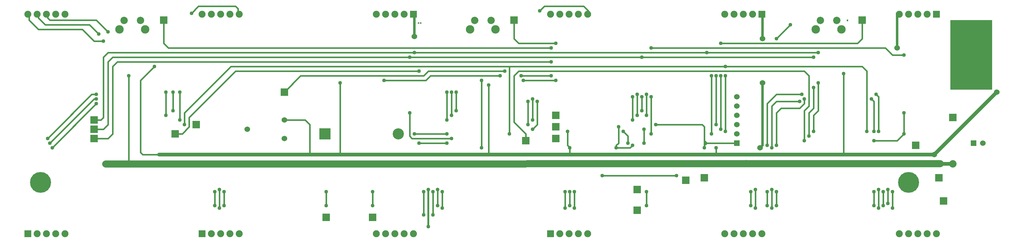
<source format=gbr>
G04 start of page 3 for group 1 idx 3
G04 Title: (unknown), component *
G04 Creator: pcb-bin 20060822 *
G04 CreationDate: Wed Jun  4 23:35:37 2008 UTC *
G04 For: pete *
G04 Format: Gerber/RS-274X *
G04 PCB-Dimensions: 1125000 272500 *
G04 PCB-Coordinate-Origin: lower left *
%MOIN*%
%FSLAX24Y24*%
%LNGROUP1*%
%ADD11C,0.0200*%
%ADD12C,0.0600*%
%ADD13C,0.0400*%
%ADD14C,0.0150*%
%ADD15C,0.0250*%
%ADD16C,0.0750*%
%ADD17R,0.0800X0.0800*%
%ADD18C,0.0800*%
%ADD19R,0.0600X0.0600*%
%ADD20C,0.2250*%
%ADD21R,0.0750X0.0750*%
%ADD22C,0.0912*%
%ADD23C,0.0794*%
%ADD24C,0.1200*%
%ADD25R,0.1200X0.1200*%
%ADD26C,0.0420*%
%ADD27C,0.0300*%
%ADD28C,0.1250*%
%ADD29C,0.0520*%
%ADD30C,0.0380*%
%ADD31C,0.0350*%
%ADD32C,0.0860*%
G54D11*G36*
X111250Y22500D02*X106750D01*
Y17250D01*
X111250D01*
Y22500D01*
G37*
G36*
Y24750D02*X106750D01*
Y22500D01*
X111250D01*
Y24750D01*
G37*
G54D12*%LNGROUP1_C1*%
%LPC*%
X110750Y19750D03*
Y19250D03*
Y20250D03*
X110250Y19250D03*
Y19750D03*
Y20250D03*
X109750Y19250D03*
Y19750D03*
Y20250D03*
X109250Y19250D03*
Y20250D03*
X108750Y19250D03*
Y19750D03*
X109250D03*
X108750Y20250D03*
X110750Y19750D03*
Y19250D03*
Y20250D03*
X110250Y19250D03*
Y19750D03*
Y20250D03*
X109750Y19250D03*
Y19750D03*
Y20250D03*
X109250Y19250D03*
Y20250D03*
X108750Y19250D03*
Y19750D03*
X109250D03*
X108750Y20250D03*
X110750Y19750D03*
Y19250D03*
Y20250D03*
X110250Y19250D03*
Y19750D03*
Y20250D03*
X109750Y19250D03*
Y19750D03*
Y20250D03*
X109250Y19250D03*
Y20250D03*
X108750Y19250D03*
Y19750D03*
X109250D03*
X108750Y20250D03*
G54D13*%LNGROUP1_D2*%
%LPD*%
X110500Y15750D02*X111000Y16250D01*
X110500Y15750D03*
X105000Y10250D02*X110500Y15750D01*
X111000Y16250D02*X111500Y16750D01*
G54D14*X95250Y10250D02*Y19000D01*
G54D13*X111500Y16750D02*X111750Y17000D01*
G54D14*X65750Y10250D02*Y11000D01*
X65500Y11250D02*Y12750D01*
X65750Y11000D02*X65500Y11250D01*
X57000Y17750D02*Y10250D01*
G54D13*X105000D02*X21500D01*
G54D14*X41000D02*Y18000D01*
X37750Y13500D02*Y10250D01*
X37250Y14000D02*X37750Y13500D01*
X35000Y14000D02*X37250D01*
X21500Y10250D02*X19750D01*
X19500Y10500D02*Y18250D01*
X19750Y10250D02*X19500Y10500D01*
X21000Y19750D03*
X19500Y18250D02*X21000Y19750D01*
G54D13*X108250Y19000D02*X111000D01*
Y20500D02*X108500D01*
G54D15*X111000Y19250D02*X108500D01*
X108250Y19750D02*X111000D01*
Y20250D02*X108250D01*
G54D13*X111000Y19500D02*X108250D01*
Y20000D02*X111000D01*
X107000Y9250D02*X105750D01*
G54D14*X56250Y11000D02*Y18250D01*
X18250Y18750D02*Y9250D01*
G54D16*X15750D02*X105650Y9310D01*
G54D14*X100500Y6250D02*Y4500D01*
X99500Y6250D02*Y4750D01*
X100000Y6500D02*Y5000D01*
X99000Y6500D02*Y4500D01*
Y16500D02*Y12750D01*
X98750Y16750D02*X99000Y16500D01*
X98500Y6250D02*Y4750D01*
X101750Y12500D02*Y14750D01*
X101000Y11750D02*X101750Y12500D01*
X98500Y11750D02*X101000D01*
X98500Y16000D02*Y12750D01*
X98250Y16250D02*X98500Y16000D01*
X91500Y12250D02*Y14750D01*
X92000Y15250D01*
Y12750D02*Y14500D01*
X91000Y15000D02*Y11750D01*
Y15750D02*X90500Y15250D01*
X88500D01*
X88000Y14750D01*
X90500Y16000D02*X88000D01*
X90750Y16750D02*X88000D01*
X102095Y25400D02*X102125D01*
X101750Y21000D02*X100500D01*
G54D15*X101000Y21750D02*Y25500D01*
G54D14*X97250Y24750D02*Y22750D01*
X100500Y21000D02*X99750Y21750D01*
X97250Y19750D02*X97750Y19250D01*
X95636Y24750D02*Y24734D01*
X88000Y22750D02*X89500Y24250D01*
G54D15*X86500Y22750D02*Y25500D01*
X86375Y25400D02*X86250Y25525D01*
Y11000D02*X86500Y11250D01*
G54D14*X87000Y6250D02*Y4750D01*
X85750Y6500D02*Y4500D01*
X87500Y6500D02*Y4500D01*
X85250Y6250D02*Y4750D01*
X88000Y6250D02*Y4750D01*
Y14750D02*Y11250D01*
Y16000D02*X87500Y15500D01*
X88000Y16750D02*X87000Y15750D01*
X87500Y15500D02*Y11000D01*
X82500Y12750D02*Y18750D01*
X97750Y19250D02*Y12750D01*
X92500Y15000D02*Y18000D01*
X92000Y15250D02*Y17500D01*
X91500Y18750D02*Y15500D01*
X91000Y19250D02*X91500Y18750D01*
X92000Y14500D02*X92500Y15000D01*
X91000Y16250D02*Y15750D01*
X91500Y15500D02*X91000Y15000D01*
X97250Y22750D02*X96750Y22250D01*
X92500Y21250D02*X84000D01*
X96750Y22250D02*X82000D01*
X87000Y15750D02*Y11250D01*
G54D15*X86500D02*Y18000D01*
G54D14*X81500Y11000D02*Y10250D01*
X82000Y13000D02*Y18750D01*
X81500D02*Y13500D01*
X81000Y12500D02*Y18750D01*
X80250Y13250D02*Y11000D01*
X80500Y11500D02*X80250Y11250D01*
X80500Y11500D02*X80250Y11750D01*
Y11500D02*X83750D01*
X74000Y4750D02*Y6250D01*
X51500Y6500D02*Y4750D01*
X52000Y6250D02*Y4500D01*
X51000Y6250D02*Y3750D01*
G54D11*X50500Y2500D02*Y6500D01*
G54D14*X50000Y6250D02*Y3750D01*
X65750Y6250D02*Y4750D01*
X65250Y6250D02*Y4500D01*
X48500Y14750D02*Y12250D01*
X66250Y4500D02*Y6250D01*
X48500Y12250D02*X48750Y12000D01*
X44500Y4750D02*Y6250D01*
X39500Y4750D02*Y6250D01*
X39387Y12500D02*X39500Y12612D01*
X23750Y14000D02*Y17000D01*
X24000Y12500D02*X24750Y13250D01*
X23250Y12500D02*X24000D01*
X23000Y15000D02*Y17000D01*
X24750Y14250D02*X29750Y19250D01*
X22250Y14500D02*Y17000D01*
X16000Y13500D02*Y20250D01*
Y12000D02*X16500Y12500D01*
X50000Y18750D02*X50500Y19250D01*
X29750D02*X49500D01*
X16000Y20250D02*X16500Y20750D01*
X75000Y13500D02*X80000D01*
X74500Y12500D02*Y16500D01*
X74000Y14500D02*Y16750D01*
X73500Y15000D02*Y16500D01*
X73000Y14500D02*Y16750D01*
X72500Y14000D02*Y16500D01*
X67750Y25750D02*Y25250D01*
X67250Y26250D02*X67750Y25750D01*
X60750Y18250D02*X64250D01*
X60500Y18750D02*X63750D01*
X63000Y26250D02*X67250D01*
X62500Y25750D02*X63000Y26250D01*
X60250Y22250D02*X64250D01*
X59750Y24750D02*Y22750D01*
X60250Y22250D01*
X62250Y13500D02*Y16000D01*
X61750Y14000D02*Y16250D01*
Y13000D02*X62250Y13500D01*
X61000Y11750D02*Y12500D01*
X61250Y13500D02*Y16000D01*
X61000Y12500D02*X59750Y13750D01*
Y18750D01*
X60250Y19250D01*
X59250Y12500D02*Y19750D01*
X53500Y15000D02*Y17000D01*
X53000Y14500D02*Y17000D01*
X50750Y18750D02*X58250D01*
X52500Y14000D02*Y17000D01*
X50500Y19250D02*X58750D01*
X49425Y24475D02*Y24475D01*
X49500Y11500D02*X52500D01*
X50250Y18250D02*X50750Y18750D01*
X49000Y12500D02*X52500D01*
X48750Y12000D02*X53000D01*
X80000Y13500D02*X80250Y13250D01*
X71000D02*Y11500D01*
X70750Y11250D02*Y11000D01*
X71000Y11500D02*X70750Y11250D01*
X72500D02*X72250Y11000D01*
X71500Y12750D02*X72000Y12250D01*
Y11500D01*
X72250Y11000D02*X70750D01*
X73750Y11500D02*Y13000D01*
X77250Y8000D02*X69250D01*
X99750Y21750D02*X74500D01*
X60250Y19250D02*X91000D01*
X45750Y18250D02*X50250D01*
X36750Y18750D02*X50000D01*
X29250Y19750D02*X97250D01*
X29750Y26250D02*X30000Y26000D01*
Y25250D01*
X25750Y26250D02*X29750D01*
X25000Y25500D02*X25750Y26250D01*
X17000Y20250D02*X63750D01*
X16500Y20750D02*X92000D01*
X49674Y24475D02*Y24475D01*
G54D15*X49000Y23000D02*Y25250D01*
G54D14*X22500Y21750D02*X63750D01*
X22000Y24750D02*Y22250D01*
X22500Y21750D01*
X16000Y21250D02*X84250D01*
X35000Y17000D02*X36750Y18750D01*
X28500Y6250D02*Y4750D01*
X28000Y6500D02*Y4500D01*
X27500Y6250D02*Y4750D01*
X24750Y13250D02*Y14250D01*
X24250Y13500D02*Y14750D01*
X29250Y19750D01*
X15500Y13000D02*X16000Y13500D01*
X15250Y14000D02*X15500Y14250D01*
X14500Y13000D02*X15500D01*
X14500Y12000D02*X16000D01*
X16500Y12500D02*Y19750D01*
X17000Y20250D01*
X15500Y20750D02*X16000Y21250D01*
X15500Y14250D02*Y20750D01*
X14750Y16250D02*X14500D01*
X14750Y16750D02*X14250D01*
X10000Y12500D01*
X14500Y16250D02*X9750Y11500D01*
X14500Y14000D02*X15250D01*
X14750Y15750D02*X10000Y11000D01*
X9500Y12000D02*X10000Y12500D01*
X16000Y23500D02*X14750Y24750D01*
X15500Y22500D02*X14500D01*
X15000Y23250D02*X14000Y24250D01*
X14500Y22500D02*X13250Y23750D01*
X9500Y25000D02*Y25500D01*
X9750Y24750D02*X9500Y25000D01*
X8500D02*Y25500D01*
X9250Y24250D02*X8500Y25000D01*
X7500Y24750D02*Y25250D01*
X14750Y24750D02*X9750D01*
X14000Y24250D02*X9250D01*
X13250Y23750D02*X8500D01*
X7500Y24750D01*
G54D17*X107000Y14250D03*
G54D18*Y9250D03*
G54D17*X106000Y5250D03*
G54D16*X105225Y1730D03*
X104225D03*
X103225D03*
G54D19*X109250Y11500D03*
G54D12*X110250D03*
G54D17*X103000Y11250D03*
G54D16*X102225Y1730D03*
G54D17*X105500Y7750D03*
G54D20*X102250Y7250D03*
G54D16*X101225Y1730D03*
G54D21*X105225Y25400D03*
G54D16*X104225D03*
X103225D03*
X102225D03*
X101225D03*
G54D22*X95005Y23750D03*
G54D17*X97250Y24750D03*
G54D23*X94513Y24734D03*
X92742D03*
G54D22*X92250Y23750D03*
G54D21*X86455Y25400D03*
G54D16*X85455D03*
X84455D03*
X83455D03*
X82455D03*
G54D12*X83750Y13500D03*
Y14500D03*
Y15500D03*
Y16500D03*
G54D16*X84455Y1730D03*
G54D12*X83750Y12500D03*
G54D16*X86455Y1730D03*
X83455D03*
X85455D03*
X82455D03*
G54D17*X80250Y7750D03*
G54D19*X83750Y11500D03*
G54D17*X73000Y4250D03*
X78250Y7500D03*
X73000Y6500D03*
X64250Y12000D03*
Y13250D03*
Y14500D03*
G54D16*X67685Y25400D03*
X66685D03*
X65685D03*
X64685D03*
X63685D03*
G54D17*X59750Y24750D03*
G54D23*X57263Y24734D03*
X55492D03*
G54D22*X57755Y23750D03*
X55000D03*
G54D21*X48915Y25400D03*
G54D16*X47915D03*
X46915D03*
X45915D03*
X44915D03*
X65685Y1730D03*
X66685D03*
X64685D03*
X67685D03*
G54D21*X63685D03*
G54D16*X48915D03*
X47915D03*
X46915D03*
X45915D03*
G54D17*X44500Y3500D03*
X39500D03*
G54D16*X44915Y1730D03*
X30145D03*
X29145D03*
X28145D03*
X27145D03*
G54D21*X26145D03*
G54D17*X61000Y11750D03*
X35000Y17000D03*
G54D12*Y14000D03*
G54D16*X30145Y25400D03*
X29145D03*
X28145D03*
X27145D03*
X26145D03*
G54D17*X25500Y13500D03*
G54D24*X47261Y12500D03*
G54D25*X39387D03*
G54D12*X35000Y12000D03*
X31000Y13000D03*
G54D17*X23250Y12500D03*
X22000Y24750D03*
G54D22*X20005Y23750D03*
G54D23*X19513Y24734D03*
X17742D03*
G54D22*X17250Y23750D03*
G54D17*X14500Y12000D03*
Y13000D03*
Y14000D03*
G54D16*X11375Y1730D03*
Y25400D03*
X10375D03*
X9375D03*
X8375D03*
X7375D03*
X9375Y1730D03*
X10375D03*
X8375D03*
G54D20*X8750Y7250D03*
G54D21*X7375Y1730D03*
G54D13*X110750Y19750D03*
Y19250D03*
Y20250D03*
X110250Y19250D03*
Y19750D03*
Y20250D03*
X109750Y19250D03*
Y19750D03*
G54D12*X111750Y17000D03*
G54D13*X109750Y20250D03*
X109250Y19250D03*
Y20250D03*
X108750Y19250D03*
Y19750D03*
X109250D03*
X108750Y20250D03*
G54D12*X105000Y10250D03*
G54D13*X100500Y4500D03*
X100000Y5000D03*
X100500Y6250D03*
X100000Y6500D03*
X99500Y6250D03*
Y4750D03*
X99000Y4500D03*
Y6500D03*
X98500Y4750D03*
Y6250D03*
X101750Y21000D03*
G54D12*X101000Y21750D03*
G54D13*X95250Y19000D03*
X92000Y20750D03*
X98500Y11750D03*
X101750Y14750D03*
X99000Y12750D03*
X98750Y16750D03*
X98500Y12750D03*
X98250Y16250D03*
X92000Y17500D03*
X101750Y12500D03*
X97750Y12750D03*
X98000Y10250D03*
X92000Y12750D03*
G54D12*X95250Y9250D03*
G54D13*X91500Y12250D03*
G54D12*X92000Y9250D03*
G54D13*X91000Y11750D03*
Y16250D03*
X90500Y16000D03*
X87500Y4500D03*
X88000Y6250D03*
Y4750D03*
X87500Y6500D03*
X87000Y6250D03*
Y4750D03*
X85750Y4500D03*
Y6500D03*
X85250Y4750D03*
Y6250D03*
X81500Y13500D03*
X88000Y11250D03*
X87500Y11000D03*
X87000Y11250D03*
G54D12*X86250Y11000D03*
G54D13*X82000Y13000D03*
X82500Y12750D03*
X81000Y12500D03*
X84750Y9500D03*
X81500Y11000D03*
X80250D03*
G54D12*X86500Y18000D03*
G54D13*X82000Y18750D03*
X81500D03*
X82500D03*
X81000D03*
X78100Y10250D03*
X76900Y9250D03*
X77250Y8000D03*
X75000Y10250D03*
X74000Y6250D03*
Y4750D03*
X73500Y16500D03*
X73000Y16750D03*
X74500Y12500D03*
X73750Y11500D03*
Y13000D03*
X72500Y11250D03*
X74000Y14500D03*
X75000Y13500D03*
X73500Y15000D03*
X73000Y14500D03*
X72500Y14000D03*
X88000Y22750D03*
X89500Y24250D03*
X82500Y19750D03*
G54D12*X86500Y22750D03*
G54D13*X82000Y22250D03*
X92500Y21250D03*
X80500D03*
X92500Y18000D03*
X90750Y16750D03*
X74500Y16500D03*
X74000Y16750D03*
X72500Y16500D03*
X71500Y12750D03*
X71000Y13250D03*
X72000Y11500D03*
X70750Y11000D03*
X71000Y10250D03*
X69250Y8000D03*
X66250Y4500D03*
Y6250D03*
X65750Y4750D03*
Y6250D03*
G54D12*X68250Y9250D03*
G54D13*X65750Y11000D03*
X65500Y12750D03*
X65250Y4500D03*
Y6250D03*
X64250Y18250D03*
X63750Y18750D03*
X74500Y21750D03*
X73500Y20750D03*
X64250Y22250D03*
X63750Y20250D03*
Y21750D03*
X62500Y25750D03*
X61750Y13000D03*
Y14000D03*
Y16250D03*
X61250Y13500D03*
X62250Y16000D03*
X61250D03*
X60750Y18250D03*
X60500Y18750D03*
X59250Y12500D03*
X58750Y19250D03*
X58250Y18750D03*
X57000Y17750D03*
X56250Y18250D03*
X59000Y10250D03*
X56250Y11000D03*
G54D12*X56000Y9250D03*
G54D13*X53500Y15000D03*
Y17000D03*
X53000Y14500D03*
Y17000D03*
X52500Y14000D03*
Y17000D03*
Y11500D03*
Y12500D03*
X49500Y11500D03*
X53000Y12000D03*
X49000Y12500D03*
X49500Y19250D03*
X49000Y21250D03*
X48500Y14750D03*
G54D12*X49000Y23000D03*
G54D13*X48500Y20750D03*
G54D12*X53250Y9250D03*
G54D13*X51500Y6500D03*
X52000Y4500D03*
Y6250D03*
X51500Y4750D03*
X51000Y3750D03*
X50500Y2500D03*
X51000Y6250D03*
X50500Y6500D03*
X50000Y6250D03*
G54D12*X47250Y9250D03*
G54D13*X45750Y18250D03*
X41000Y18000D03*
X50000Y3750D03*
X44500Y6250D03*
X39500Y4750D03*
X44500D03*
X39500Y6250D03*
X25000Y25500D03*
X16000Y23500D03*
X15500Y22500D03*
X21000Y19750D03*
X15000Y23250D03*
X18250Y18750D03*
X14750Y15750D03*
Y16250D03*
Y16750D03*
X31000Y9250D03*
X28500Y4750D03*
Y6250D03*
X28000Y4500D03*
Y6500D03*
X27500Y4750D03*
X24250Y13500D03*
X23750Y14000D03*
X23000Y15000D03*
Y17000D03*
X22250Y14500D03*
X23750Y17000D03*
X22250D03*
X27500Y6250D03*
X25000Y9250D03*
X21500Y10250D03*
G54D12*X20000Y9250D03*
X15750D03*
G54D13*X10000Y11000D03*
X9750Y11500D03*
X9500Y12000D03*
G54D26*%LNGROUP1_C3*%
%LPC*%
G54D27*G54D26*G54D28*G54D26*G54D29*G54D26*G54D29*G54D26*G54D30*G54D26*G54D30*G54D26*G54D30*G54D26*G54D29*G54D26*G54D31*G54D26*G54D32*G54D31*G54D26*G54D29*G54D26*G54D29*G54D26*G54D28*G54D26*G54D11*G54D31*G54D11*G54D31*G54D11*G54D31*G54D11*G54D31*G54D11*G54D31*G54D11*G54D31*G54D11*G54D31*G54D11*G54D31*G54D11*G54D31*G54D11*G54D31*G54D11*G54D31*G54D11*G54D31*G54D11*G54D31*G54D11*G54D31*G54D11*M02*

</source>
